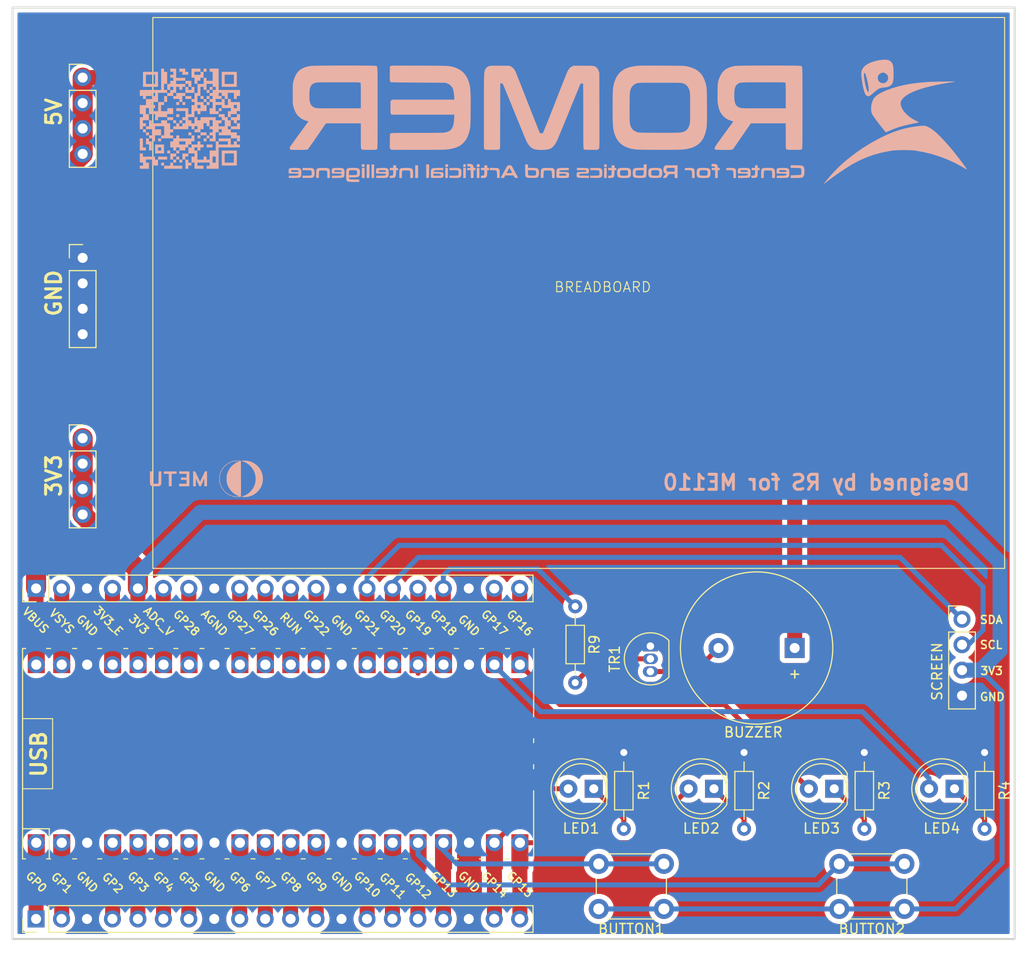
<source format=kicad_pcb>
(kicad_pcb (version 20240108) (generator "pcbnew") (generator_version "8.0")
  (layers (0 "F.Cu" signal) (31 "B.Cu" signal) (34 "B.Paste" user) (35 "F.Paste" user) (36 "B.SilkS" user "B.Silkscreen") (37 "F.SilkS" user "F.Silkscreen") (38 "B.Mask" user) (39 "F.Mask" user) (44 "Edge.Cuts" user))
  (net 0 "")
  (net 1 "Net-(LED1-K)")
  (net 2 "/LED1")
  (net 3 "/LED2")
  (net 4 "Net-(LED2-K)")
  (net 5 "/LED3")
  (net 6 "Net-(LED3-K)")
  (net 7 "/LED4")
  (net 8 "Net-(LED4-K)")
  (net 9 "Net-(J6-Pin_15)")
  (net 10 "Net-(J6-Pin_14)")
  (net 11 "/BUZZER")
  (net 12 "+5V")
  (net 13 "GND")
  (net 14 "+3.3V")
  (net 15 "Net-(J6-Pin_4)")
  (net 16 "Net-(J6-Pin_2)")
  (net 17 "Net-(J6-Pin_1)")
  (net 18 "Net-(J6-Pin_12)")
  (net 19 "Net-(J6-Pin_10)")
  (net 20 "Net-(J6-Pin_11)")
  (net 21 "Net-(J6-Pin_9)")
  (net 22 "Net-(J6-Pin_6)")
  (net 23 "Net-(J6-Pin_5)")
  (net 24 "Net-(J6-Pin_7)")
  (net 25 "Net-(J7-Pin_2)")
  (net 26 "/SDA")
  (net 27 "Net-(J7-Pin_6)")
  (net 28 "/SCL")
  (net 29 "Net-(J7-Pin_10)")
  (net 30 "Net-(J7-Pin_4)")
  (net 31 "Net-(J7-Pin_16)")
  (net 32 "Net-(J7-Pin_12)")
  (net 33 "Net-(J7-Pin_7)")
  (net 34 "Net-(J7-Pin_9)")
  (net 35 "Net-(J7-Pin_11)")
  (net 36 "Net-(BZ1--)")
  (net 37 "Net-(TR1-B)")
  (net 38 "/SW1")
  (net 39 "/SW2")
  (footprint "LED_THT:LED_D5.0mm" (layer "F.Cu") (at 166.65 117.85 180)
    (property "Reference" "LED3")
    (property "Value" "LED")
  )
  (footprint "Buzzer_Beeper:Buzzer_15x7.5RM7.6" (layer "F.Cu") (at 162.7 103.8 180)
    (property "Reference" "BZ1" (hide yes))
    (property "Value" "Buzzer" (hide yes))
  )
  (footprint "Package_TO_SOT_THT:TO-92_Inline" (layer "F.Cu") (at 148.3 106.15 90)
    (property "Reference" "TR1")
    (property "Value" "BC517")
  )
  (footprint "LED_THT:LED_D5.0mm" (layer "F.Cu") (at 142.65 117.85 180)
    (property "Reference" "LED1")
    (property "Value" "LED")
  )
  (footprint "Resistor_THT:R_Axial_DIN0204_L3.6mm_D1.6mm_P7.62mm_Horizontal" (layer "F.Cu") (at 181.65 121.85 90)
    (property "Reference" "R4")
    (property "Value" "R_US")
  )
  (footprint "Resistor_THT:R_Axial_DIN0204_L3.6mm_D1.6mm_P7.62mm_Horizontal" (layer "F.Cu") (at 140.8 99.64 -90)
    (property "Reference" "R9")
    (property "Value" "1K")
  )
  (footprint "Button_Switch_THT:SW_PUSH_6mm" (layer "F.Cu") (at 149.65 129.85 180)
    (property "Reference" "BUTTON1")
    (property "Value" "SW_SPST")
  )
  (footprint "Connector_PinHeader_2.54mm:PinHeader_1x20_P2.54mm_Vertical" (layer "F.Cu") (at 87 97.85 90)
    (property "Reference" "J7" (hide yes))
    (property "Value" "Conn_01x20" (hide yes))
  )
  (footprint "RPi_Pico:RPi_Pico_SMD_TH" (layer "F.Cu") (at 111.15 114.35 90)
    (property "Reference" "U1" (hide yes))
    (property "Value" "Pico" (hide yes))
  )
  (footprint "Connector_PinHeader_2.54mm:PinHeader_1x04_P2.54mm_Vertical" (layer "F.Cu") (at 179.4 100.93)
    (property "Reference" "J8" (hide yes))
    (property "Value" "SCREEN CONNECTOR" (hide yes))
  )
  (footprint "LED_THT:LED_D5.0mm" (layer "F.Cu") (at 178.65 117.85 180)
    (property "Reference" "LED4")
    (property "Value" "LED")
  )
  (footprint "Connector_PinHeader_2.54mm:PinHeader_1x04_P2.54mm_Vertical" (layer "F.Cu") (at 91.65 82.85)
    (property "Reference" "J5" (hide yes))
    (property "Value" "3.3V CONNECTOR" (hide yes))
  )
  (footprint "Button_Switch_THT:SW_PUSH_6mm" (layer "F.Cu") (at 173.65 129.85 180)
    (property "Reference" "BUTTON2")
    (property "Value" "SW_SPST")
  )
  (footprint "Connector_PinHeader_2.54mm:PinHeader_1x20_P2.54mm_Vertical" (layer "F.Cu") (at 87 130.85 90)
    (property "Reference" "J6" (hide yes))
    (property "Value" "Conn_01x20" (hide yes))
  )
  (footprint "LED_THT:LED_D5.0mm" (layer "F.Cu") (at 154.65 117.85 180)
    (property "Reference" "LED2")
    (property "Value" "LED")
  )
  (footprint "Connector_PinHeader_2.54mm:PinHeader_1x04_P2.54mm_Vertical" (layer "F.Cu") (at 91.65 64.85)
    (property "Reference" "J4" (hide yes))
    (property "Value" "GND CONNECTOR" (hide yes))
  )
  (footprint "Custom:Breadboard" (layer "F.Cu") (at 98.65 40.85)
    (property "Reference" "U2" (hide yes))
    (property "Value" "~" (hide yes))
  )
  (footprint "Resistor_THT:R_Axial_DIN0204_L3.6mm_D1.6mm_P7.62mm_Horizontal" (layer "F.Cu") (at 169.65 121.85 90)
    (property "Reference" "R3")
    (property "Value" "R_US")
  )
  (footprint "Connector_PinHeader_2.54mm:PinHeader_1x04_P2.54mm_Vertical" (layer "F.Cu") (at 91.65 46.85)
    (property "Reference" "J3" (hide yes))
    (property "Value" "5V CONNECTOR" (hide yes))
  )
  (footprint "Resistor_THT:R_Axial_DIN0204_L3.6mm_D1.6mm_P7.62mm_Horizontal" (layer "F.Cu") (at 157.65 121.85 90)
    (property "Reference" "R2")
    (property "Value" "R_US")
  )
  (footprint "Resistor_THT:R_Axial_DIN0204_L3.6mm_D1.6mm_P7.62mm_Horizontal" (layer "F.Cu") (at 145.65 121.85 90)
    (property "Reference" "R1")
    (property "Value" "R_US")
  )
  (footprint "LOGO" (layer "B.Cu") (at 145.817523 51.243196 180)
    (property "Reference" "G***" (hide yes))
    (property "Value" "LOGO" (hide yes))
  )
  (footprint "LOGO" (layer "B.Cu") (at 104 86.9 180)
    (property "Reference" "G***" (hide yes))
    (property "Value" "LOGO" (hide yes))
  )
  (footprint "LOGO" (layer "B.Cu") (at 102.35 50.95 180)
    (property "Reference" "G***" (hide yes))
    (property "Value" "LOGO" (hide yes))
  )
  (gr_rect (start 84.65 39.85) (end 184.65 132.85) (stroke (width 0.2)) (fill none) (layer "Edge.Cuts"))
  (gr_text "Designed by RS for ME110" (at 180.35 88.15 0) (layer "B.SilkS") (effects (font (size 1.5 1.5) (thickness 0.3) (bold yes)) (justify left bottom mirror)))
  (gr_text "3V3\n" (at 181.15 106.55 0) (layer "F.SilkS") (effects (font (size 0.8 0.8) (thickness 0.15) (bold yes)) (justify left bottom)))
  (gr_text "SCL\n" (at 181.1 103.95 0) (layer "F.SilkS") (effects (font (size 0.8 0.8) (thickness 0.15) (bold yes)) (justify left bottom)))
  (gr_text "GND" (at 181.1 109.15 0) (layer "F.SilkS") (effects (font (size 0.8 0.8) (thickness 0.15) (bold yes)) (justify left bottom)))
  (gr_text "BUZZER" (at 155.55 112.8 0) (layer "F.SilkS") (effects (font (size 1 1)) (justify left bottom)))
  (gr_text "3V3" (at 89.65 88.85 90) (layer "F.SilkS") (effects (font (size 1.5 1.5) (thickness 0.3) (bold yes)) (justify left bottom)))
  (gr_text "SCREEN" (at 177.5 109.15 90) (layer "F.SilkS") (effects (font (size 1 1)) (justify left bottom)))
  (gr_text "5V" (at 89.65 51.85 90) (layer "F.SilkS") (effects (font (size 1.5 1.5) (thickness 0.3) (bold yes)) (justify left bottom)))
  (gr_text "SDA" (at 181.1 101.45 0) (layer "F.SilkS") (effects (font (size 0.8 0.8) (thickness 0.15) (bold yes)) (justify left bottom)))
  (gr_text "GND" (at 89.65 70.85 90) (layer "F.SilkS") (effects (font (size 1.5 1.5) (thickness 0.3) (bold yes)) (justify left bottom)))
  (segment (start 142.65 117.85) (end 145.65 120.85) (width 0.5) (layer "F.Cu") (net 1))
  (segment (start 145.65 120.85) (end 145.65 121.85) (width 0.5) (layer "F.Cu") (net 1))
  (segment (start 132.74 123.24) (end 132.74 130.83) (width 1.5) (layer "F.Cu") (net 2))
  (segment (start 138.13 117.85) (end 132.74 123.24) (width 0.5) (layer "F.Cu") (net 2))
  (segment (start 140.11 117.85) (end 138.13 117.85) (width 0.5) (layer "F.Cu") (net 2))
  (segment (start 132.74 130.83) (end 132.72 130.85) (width 1.5) (layer "F.Cu") (net 2))
  (segment (start 146.72 123.24) (end 135.28 123.24) (width 0.5) (layer "F.Cu") (net 3))
  (segment (start 135.28 130.83) (end 135.26 130.85) (width 1.5) (layer "F.Cu") (net 3))
  (segment (start 152.11 117.85) (end 146.72 123.24) (width 0.5) (layer "F.Cu") (net 3))
  (segment (start 135.28 123.24) (end 135.28 130.83) (width 1.5) (layer "F.Cu") (net 3))
  (segment (start 157.65 120.85) (end 157.65 121.85) (width 0.5) (layer "F.Cu") (net 4))
  (segment (start 154.65 117.85) (end 157.65 120.85) (width 0.5) (layer "F.Cu") (net 4))
  (segment (start 135.26 105.44) (end 135.28 105.46) (width 1.5) (layer "F.Cu") (net 5))
  (segment (start 139.27 109.45) (end 135.28 105.46) (width 0.5) (layer "F.Cu") (net 5))
  (segment (start 155.71 109.45) (end 139.27 109.45) (width 0.5) (layer "F.Cu") (net 5))
  (segment (start 164.11 117.85) (end 155.71 109.45) (width 0.5) (layer "F.Cu") (net 5))
  (segment (start 135.26 97.85) (end 135.26 105.44) (width 1.5) (layer "F.Cu") (net 5))
  (segment (start 166.65 117.85) (end 169.65 120.85) (width 0.5) (layer "F.Cu") (net 6))
  (segment (start 169.65 120.85) (end 169.65 121.85) (width 0.5) (layer "F.Cu") (net 6))
  (segment (start 132.72 105.44) (end 132.74 105.46) (width 1.5) (layer "F.Cu") (net 7))
  (segment (start 132.72 97.85) (end 132.72 105.44) (width 1.5) (layer "F.Cu") (net 7))
  (segment (start 169.45 110.15) (end 137.35 110.15) (width 0.5) (layer "B.Cu") (net 7))
  (segment (start 176.11 116.81) (end 169.45 110.15) (width 0.5) (layer "B.Cu") (net 7))
  (segment (start 176.11 117.85) (end 176.11 116.81) (width 0.5) (layer "B.Cu") (net 7))
  (segment (start 132.74 105.54) (end 132.74 105.46) (width 0.5) (layer "B.Cu") (net 7))
  (segment (start 137.35 110.15) (end 132.74 105.54) (width 0.5) (layer "B.Cu") (net 7))
  (segment (start 181.65 120.85) (end 181.65 121.85) (width 0.5) (layer "F.Cu") (net 8))
  (segment (start 178.65 117.85) (end 181.65 120.85) (width 0.5) (layer "F.Cu") (net 8))
  (segment (start 122.56 130.85) (end 122.56 123.26) (width 1.5) (layer "F.Cu") (net 9))
  (segment (start 122.56 123.26) (end 122.58 123.24) (width 1.5) (layer "F.Cu") (net 9))
  (segment (start 120.04 123.24) (end 120.04 130.83) (width 1.5) (layer "F.Cu") (net 10))
  (segment (start 120.04 130.83) (end 120.02 130.85) (width 1.5) (layer "F.Cu") (net 10))
  (segment (start 127.64 97.85) (end 127.64 105.44) (width 1.5) (layer "F.Cu") (net 11))
  (segment (start 127.64 105.44) (end 127.66 105.46) (width 1.5) (layer "F.Cu") (net 11))
  (segment (start 127.66 106.06) (end 127.66 105.46) (width 0.5) (layer "F.Cu") (net 11))
  (segment (start 140.8 99.64) (end 137.06 95.9) (width 0.5) (layer "B.Cu") (net 11))
  (segment (start 127.64 96.56) (end 127.64 97.85) (width 0.5) (layer "B.Cu") (net 11))
  (segment (start 128.3 95.9) (end 127.64 96.56) (width 0.5) (layer "B.Cu") (net 11))
  (segment (start 137.06 95.9) (end 128.3 95.9) (width 0.5) (layer "B.Cu") (net 11))
  (segment (start 87 97.85) (end 87 59.12) (width 2) (layer "F.Cu") (net 12))
  (segment (start 87 97.85) (end 87 105.44) (width 1.5) (layer "F.Cu") (net 12))
  (segment (start 132.6 46.85) (end 162.7 76.95) (width 1.5) (layer "F.Cu") (net 12))
  (segment (start 162.7 76.95) (end 162.7 103.8) (width 1.5) (layer "F.Cu") (net 12))
  (segment (start 87 105.44) (end 87.02 105.46) (width 1.5) (layer "F.Cu") (net 12))
  (segment (start 87 59.12) (end 91.65 54.47) (width 2) (layer "F.Cu") (net 12))
  (segment (start 91.65 54.47) (end 91.65 46.85) (width 2) (layer "F.Cu") (net 12))
  (segment (start 91.65 46.85) (end 132.6 46.85) (width 1.5) (layer "F.Cu") (net 12))
  (segment (start 130.18 105.44) (end 130.2 105.46) (width 1.5) (layer "F.Cu") (net 13))
  (segment (start 104.78 105.44) (end 104.8 105.46) (width 1.5) (layer "F.Cu") (net 13))
  (segment (start 92.08 105.44) (end 92.1 105.46) (width 1.5) (layer "F.Cu") (net 13))
  (segment (start 104.78 97.85) (end 104.78 105.44) (width 1.5) (layer "F.Cu") (net 13))
  (segment (start 117.48 123.26) (end 117.5 123.24) (width 1.5) (layer "F.Cu") (net 13))
  (segment (start 92.08 123.26) (end 92.1 123.24) (width 1.5) (layer "F.Cu") (net 13))
  (segment (start 104.8 130.83) (end 104.78 130.85) (width 1.5) (layer "F.Cu") (net 13))
  (segment (start 130.18 97.85) (end 130.18 105.44) (width 1.5) (layer "F.Cu") (net 13))
  (segment (start 117.48 105.44) (end 117.5 105.46) (width 1.5) (layer "F.Cu") (net 13))
  (segment (start 104.8 123.24) (end 104.8 130.83) (width 1.5) (layer "F.Cu") (net 13))
  (segment (start 117.48 97.85) (end 117.48 105.44) (width 1.5) (layer "F.Cu") (net 13))
  (segment (start 130.2 123.24) (end 130.2 130.83) (width 1.5) (layer "F.Cu") (net 13))
  (segment (start 92.08 97.85) (end 92.08 105.44) (width 1.5) (layer "F.Cu") (net 13))
  (segment (start 92.08 130.85) (end 92.08 123.26) (width 1.5) (layer "F.Cu") (net 13))
  (segment (start 130.2 130.83) (end 130.18 130.85) (width 1.5) (layer "F.Cu") (net 13))
  (segment (start 117.48 130.85) (end 117.48 123.26) (width 1.5) (layer "F.Cu") (net 13))
  (segment (start 91.65 82.85) (end 91.65 90.47) (width 2) (layer "F.Cu") (net 14))
  (segment (start 179.32 105.93) (end 179.4 106.01) (width 1.5) (layer "F.Cu") (net 14))
  (segment (start 97.16 97.85) (end 97.16 105.44) (width 1.5) (layer "F.Cu") (net 14))
  (segment (start 91.65 90.47) (end 97.16 95.98) (width 2) (layer "F.Cu") (net 14))
  (segment (start 97.16 95.98) (end 97.16 97.85) (width 2) (layer "F.Cu") (net 14))
  (segment (start 97.16 105.44) (end 97.18 105.46) (width 1.5) (layer "F.Cu") (net 14))
  (segment (start 183.4 108.17) (end 181.24 106.01) (width 0.5) (layer "B.Cu") (net 14))
  (segment (start 183.2 95.25) (end 178.2 90.25) (width 1.5) (layer "B.Cu") (net 14))
  (segment (start 143.15 129.85) (end 173.65 129.85) (width 0.5) (layer "B.Cu") (net 14))
  (segment (start 103.4 90.25) (end 97.16 96.49) (width 1.5) (layer "B.Cu") (net 14))
  (segment (start 97.16 96.49) (end 97.16 97.85) (width 1.5) (layer "B.Cu") (net 14))
  (segment (start 181.24 106.01) (end 183.2 104.05) (width 1.5) (layer "B.Cu") (net 14))
  (segment (start 178.75 129.85) (end 183.4 125.2) (width 0.5) (layer "B.Cu") (net 14))
  (segment (start 183.4 125.2) (end 183.4 108.17) (width 0.5) (layer "B.Cu") (net 14))
  (segment (start 178.2 90.25) (end 103.4 90.25) (width 1.5) (layer "B.Cu") (net 14))
  (segment (start 183.2 104.05) (end 183.2 95.25) (width 1.5) (layer "B.Cu") (net 14))
  (segment (start 173.65 129.85) (end 178.75 129.85) (width 0.5) (layer "B.Cu") (net 14))
  (segment (start 179.4 106.01) (end 181.24 106.01) (width 1.5) (layer "B.Cu") (net 14))
  (segment (start 94.64 123.24) (end 94.64 130.83) (width 1.5) (layer "F.Cu") (net 15))
  (segment (start 94.64 130.83) (end 94.62 130.85) (width 1.5) (layer "F.Cu") (net 15))
  (segment (start 89.56 130.83) (end 89.54 130.85) (width 1.5) (layer "F.Cu") (net 16))
  (segment (start 89.56 123.24) (end 89.56 130.83) (width 1.5) (layer "F.Cu") (net 16))
  (segment (start 87 123.26) (end 87.02 123.24) (width 1.5) (layer "F.Cu") (net 17))
  (segment (start 87 130.85) (end 87 123.26) (width 1.5) (layer "F.Cu") (net 17))
  (segment (start 114.96 123.24) (end 114.96 130.83) (width 1.5) (layer "F.Cu") (net 18))
  (segment (start 114.96 130.83) (end 114.94 130.85) (width 1.5) (layer "F.Cu") (net 18))
  (segment (start 109.88 123.24) (end 109.88 130.83) (width 1.5) (layer "F.Cu") (net 19))
  (segment (start 109.88 130.83) (end 109.86 130.85) (width 1.5) (layer "F.Cu") (net 19))
  (segment (start 112.4 123.26) (end 112.42 123.24) (width 1.5) (layer "F.Cu") (net 20))
  (segment (start 112.4 130.85) (end 112.4 123.26) (width 1.5) (layer "F.Cu") (net 20))
  (segment (start 107.32 123.26) (end 107.34 123.24) (width 1.5) (layer "F.Cu") (net 21))
  (segment (start 107.32 130.85) (end 107.32 123.26) (width 1.5) (layer "F.Cu") (net 21))
  (segment (start 99.72 130.83) (end 99.7 130.85) (width 1.5) (layer "F.Cu") (net 22))
  (segment (start 99.72 123.24) (end 99.72 130.83) (width 1.5) (layer "F.Cu") (net 22))
  (segment (start 97.16 123.26) (end 97.18 123.24) (width 1.5) (layer "F.Cu") (net 23))
  (segment (start 97.16 130.85) (end 97.16 123.26) (width 1.5) (layer "F.Cu") (net 23))
  (segment (start 102.24 123.26) (end 102.26 123.24) (width 1.5) (layer "F.Cu") (net 24))
  (segment (start 102.24 130.85) (end 102.24 123.26) (width 1.5) (layer "F.Cu") (net 24))
  (segment (start 89.56 97.87) (end 89.54 97.85) (width 1.5) (layer "F.Cu") (net 25))
  (segment (start 89.56 105.46) (end 89.56 97.87) (width 1.5) (layer "F.Cu") (net 25))
  (segment (start 122.56 105.44) (end 122.58 105.46) (width 1.5) (layer "F.Cu") (net 26))
  (segment (start 122.56 97.85) (end 122.56 105.44) (width 1.5) (layer "F.Cu") (net 26))
  (segment (start 173.22 94.75) (end 125.15 94.75) (width 0.5) (layer "B.Cu") (net 26))
  (segment (start 179.4 100.93) (end 173.22 94.75) (width 0.5) (layer "B.Cu") (net 26))
  (segment (start 125.15 94.75) (end 122.56 97.34) (width 0.5) (layer "B.Cu") (net 26))
  (segment (start 122.56 97.34) (end 122.56 97.85) (width 0.5) (layer "B.Cu") (net 26))
  (segment (start 99.7 105.44) (end 99.72 105.46) (width 1.5) (layer "F.Cu") (net 27))
  (segment (start 99.7 97.85) (end 99.7 105.44) (width 1.5) (layer "F.Cu") (net 27))
  (segment (start 120.02 97.85) (end 120.02 105.44) (width 1.5) (layer "F.Cu") (net 28))
  (segment (start 120.02 105.44) (end 120.04 105.46) (width 1.5) (layer "F.Cu") (net 28))
  (segment (start 180.03 103.47) (end 181.5 102) (width 0.5) (layer "B.Cu") (net 28))
  (segment (start 179.4 103.47) (end 180.03 103.47) (width 0.5) (layer "B.Cu") (net 28))
  (segment (start 123.25 93.55) (end 120.02 96.78) (width 0.5) (layer "B.Cu") (net 28))
  (segment (start 120.02 96.78) (end 120.02 97.85) (width 0.5) (layer "B.Cu") (net 28))
  (segment (start 177.35 93.55) (end 123.25 93.55) (width 0.5) (layer "B.Cu") (net 28))
  (segment (start 181.5 102) (end 181.5 97.7) (width 0.5) (layer "B.Cu") (net 28))
  (segment (start 181.5 97.7) (end 177.35 93.55) (width 0.5) (layer "B.Cu") (net 28))
  (segment (start 109.86 97.85) (end 109.86 105.44) (width 1.5) (layer "F.Cu") (net 29))
  (segment (start 109.86 105.44) (end 109.88 105.46) (width 1.5) (layer "F.Cu") (net 29))
  (segment (start 94.62 97.85) (end 94.62 105.44) (width 1.5) (layer "F.Cu") (net 30))
  (segment (start 94.62 105.44) (end 94.64 105.46) (width 1.5) (layer "F.Cu") (net 30))
  (segment (start 125.1 97.85) (end 125.1 105.44) (width 1.5) (layer "F.Cu") (net 31))
  (segment (start 125.12 105.46) (end 125.12 106.32) (width 0.5) (layer "F.Cu") (net 31))
  (segment (start 125.1 105.44) (end 125.12 105.46) (width 1.5) (layer "F.Cu") (net 31))
  (segment (start 114.94 105.44) (end 114.96 105.46) (width 1.5) (layer "F.Cu") (net 32))
  (segment (start 114.94 97.85) (end 114.94 105.44) (width 1.5) (layer "F.Cu") (net 32))
  (segment (start 102.24 97.85) (end 102.24 105.44) (width 1.5) (layer "F.Cu") (net 33))
  (segment (start 102.24 105.44) (end 102.26 105.46) (width 1.5) (layer "F.Cu") (net 33))
  (segment (start 107.32 97.85) (end 107.32 105.44) (width 1.5) (layer "F.Cu") (net 34))
  (segment (start 107.32 105.44) (end 107.34 105.46) (width 1.5) (layer "F.Cu") (net 34))
  (segment (start 112.4 97.85) (end 112.4 105.44) (width 1.5) (layer "F.Cu") (net 35))
  (segment (start 112.4 105.44) (end 112.42 105.46) (width 1.5) (layer "F.Cu") (net 35))
  (segment (start 155.1 103.8) (end 152.75 106.15) (width 0.5) (layer "F.Cu") (net 36))
  (segment (start 152.75 106.15) (end 148.3 106.15) (width 0.5) (layer "F.Cu") (net 36))
  (segment (start 154.91 103.61) (end 155.1 103.8) (width 0.5) (layer "F.Cu") (net 36))
  (segment (start 140.8 107.26) (end 143.18 104.88) (width 0.5) (layer "F.Cu") (net 37))
  (segment (start 143.18 104.88) (end 148.3 104.88) (width 0.5) (layer "F.Cu") (net 37))
  (segment (start 127.66 130.83) (end 127.64 130.85) (width 1.5) (layer "F.Cu") (net 38))
  (segment (start 127.66 123.24) (end 127.66 130.83) (width 1.5) (layer "F.Cu") (net 38))
  (segment (start 129 125.35) (end 127.66 124.01) (width 0.5) (layer "B.Cu") (net 38))
  (segment (start 127.66 124.01) (end 127.66 123.24) (width 0.5) (layer "B.Cu") (net 38))
  (segment (start 149.65 125.35) (end 129 125.35) (width 0.5) (layer "B.Cu") (net 38))
  (segment (start 125.1 130.85) (end 125.1 123.26) (width 1.5) (layer "F.Cu") (net 39))
  (segment (start 125.1 123.26) (end 125.12 123.24) (width 1.5) (layer "F.Cu") (net 39))
  (segment (start 165.05 127.45) (end 128.15 127.45) (width 0.5) (layer "B.Cu") (net 39))
  (segment (start 167.15 125.35) (end 173.65 125.35) (width 0.5) (layer "B.Cu") (net 39))
  (segment (start 167.15 125.35) (end 165.05 127.45) (width 0.5) (layer "B.Cu") (net 39))
  (segment (start 128.15 127.45) (end 125.12 124.42) (width 0.5) (layer "B.Cu") (net 39))
  (segment (start 125.12 124.42) (end 125.12 123.24) (width 0.5) (layer "B.Cu") (net 39))
  (zone (net 13) (net_name "GND") (layers "F.Cu" "B.Cu") (connect_pads yes (clearance 0.5)) (min_thickness 0.25) (fill yes (thermal_gap 0.5) (thermal_bridge_width 0.5))
    (polygon (pts (xy 83.4 134.75) (xy 83.95 39.1) (xy 185.45 39.1) (xy 185.6 133.6)))
  )
)
</source>
